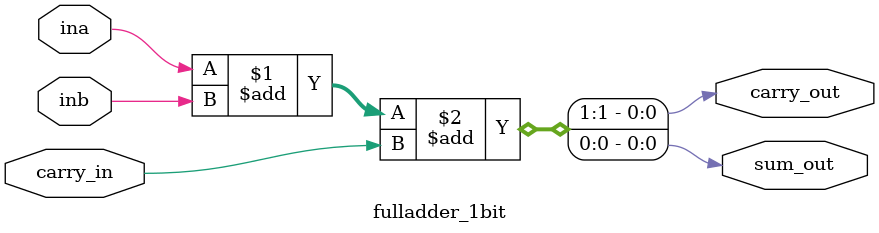
<source format=v>
module fulladder_4bit(sum, carry_out, carry_in, a, b);
	input [3:0] a, b;
	input carry_in;
	output [3:0] sum;
	output carry_out;
	
	
	fulladder_1bit fa0(sum[0], c0, carry_in, a[0], b[0]);
	fulladder_1bit fa1(sum[1], c1, c0, a[1], b[1]);
	fulladder_1bit fa2(sum[2], c2, c1, a[2], b[2]);
	fulladder_1bit fa3(sum[3], carry_out, c2, a[3], b[3]);

endmodule

module fulladder_1bit(sum_out, carry_out, carry_in, ina, inb);
	input ina, inb;
	input carry_in;
	output sum_out;
	output carry_out;
	
	assign {carry_out, sum_out} = ina + inb + carry_in;
	
endmodule

</source>
